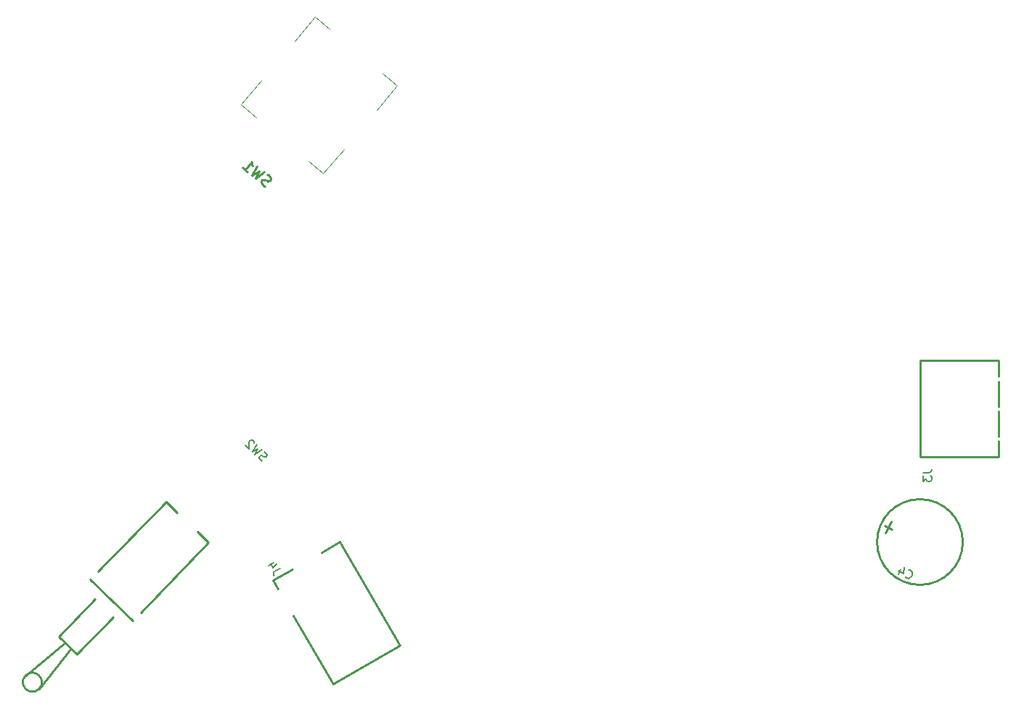
<source format=gbr>
%TF.GenerationSoftware,KiCad,Pcbnew,8.0.2*%
%TF.CreationDate,2024-12-31T23:32:28-06:00*%
%TF.ProjectId,LampBoardDesk,4c616d70-426f-4617-9264-4465736b2e6b,rev?*%
%TF.SameCoordinates,Original*%
%TF.FileFunction,Legend,Bot*%
%TF.FilePolarity,Positive*%
%FSLAX46Y46*%
G04 Gerber Fmt 4.6, Leading zero omitted, Abs format (unit mm)*
G04 Created by KiCad (PCBNEW 8.0.2) date 2024-12-31 23:32:28*
%MOMM*%
%LPD*%
G01*
G04 APERTURE LIST*
%ADD10C,0.254000*%
%ADD11C,0.150000*%
%ADD12C,0.100000*%
%ADD13C,0.250000*%
G04 APERTURE END LIST*
D10*
X39720133Y-33239616D02*
X39542277Y-33169323D01*
X39542277Y-33169323D02*
X39310640Y-32974957D01*
X39310640Y-32974957D02*
X39256858Y-32850882D01*
X39256858Y-32850882D02*
X39249404Y-32765682D01*
X39249404Y-32765682D02*
X39280823Y-32634153D01*
X39280823Y-32634153D02*
X39358570Y-32541499D01*
X39358570Y-32541499D02*
X39482644Y-32487717D01*
X39482644Y-32487717D02*
X39567845Y-32480263D01*
X39567845Y-32480263D02*
X39699373Y-32511682D01*
X39699373Y-32511682D02*
X39923556Y-32620848D01*
X39923556Y-32620848D02*
X40055085Y-32652267D01*
X40055085Y-32652267D02*
X40140285Y-32644813D01*
X40140285Y-32644813D02*
X40264360Y-32591032D01*
X40264360Y-32591032D02*
X40342106Y-32498377D01*
X40342106Y-32498377D02*
X40373526Y-32366848D01*
X40373526Y-32366848D02*
X40366071Y-32281648D01*
X40366071Y-32281648D02*
X40312290Y-32157574D01*
X40312290Y-32157574D02*
X40080653Y-31963207D01*
X40080653Y-31963207D02*
X39902797Y-31892914D01*
X39617378Y-31574473D02*
X38569400Y-32352983D01*
X38569400Y-32352983D02*
X38967191Y-31502578D01*
X38967191Y-31502578D02*
X38198781Y-32041996D01*
X38198781Y-32041996D02*
X38783484Y-30874753D01*
X37086922Y-31109036D02*
X37642851Y-31575516D01*
X37364886Y-31342276D02*
X38181227Y-30369399D01*
X38181227Y-30369399D02*
X38157262Y-30586128D01*
X38157262Y-30586128D02*
X38172170Y-30756530D01*
X38172170Y-30756530D02*
X38225951Y-30880604D01*
D11*
X41438393Y-77882064D02*
X40819803Y-78239207D01*
X40819803Y-78239207D02*
X40719895Y-78351875D01*
X40719895Y-78351875D02*
X40685035Y-78481973D01*
X40685035Y-78481973D02*
X40715225Y-78629500D01*
X40715225Y-78629500D02*
X40762844Y-78711979D01*
X40697337Y-77265184D02*
X40119986Y-77598517D01*
X41146299Y-77280904D02*
X40646757Y-77844244D01*
X40646757Y-77844244D02*
X40337233Y-77308133D01*
X116456038Y-66710190D02*
X117170323Y-66710190D01*
X117170323Y-66710190D02*
X117313180Y-66662571D01*
X117313180Y-66662571D02*
X117408419Y-66567333D01*
X117408419Y-66567333D02*
X117456038Y-66424476D01*
X117456038Y-66424476D02*
X117456038Y-66329238D01*
X116456038Y-67091143D02*
X116456038Y-67710190D01*
X116456038Y-67710190D02*
X116836990Y-67376857D01*
X116836990Y-67376857D02*
X116836990Y-67519714D01*
X116836990Y-67519714D02*
X116884609Y-67614952D01*
X116884609Y-67614952D02*
X116932228Y-67662571D01*
X116932228Y-67662571D02*
X117027466Y-67710190D01*
X117027466Y-67710190D02*
X117265561Y-67710190D01*
X117265561Y-67710190D02*
X117360799Y-67662571D01*
X117360799Y-67662571D02*
X117408419Y-67614952D01*
X117408419Y-67614952D02*
X117456038Y-67519714D01*
X117456038Y-67519714D02*
X117456038Y-67234000D01*
X117456038Y-67234000D02*
X117408419Y-67138762D01*
X117408419Y-67138762D02*
X117360799Y-67091143D01*
X114408612Y-78831742D02*
X114431645Y-78895024D01*
X114431645Y-78895024D02*
X114540993Y-78998555D01*
X114540993Y-78998555D02*
X114627308Y-79038805D01*
X114627308Y-79038805D02*
X114776905Y-79056021D01*
X114776905Y-79056021D02*
X114903469Y-79009956D01*
X114903469Y-79009956D02*
X114986876Y-78943765D01*
X114986876Y-78943765D02*
X115110532Y-78791260D01*
X115110532Y-78791260D02*
X115170906Y-78661787D01*
X115170906Y-78661787D02*
X115208248Y-78469033D01*
X115208248Y-78469033D02*
X115205339Y-78362593D01*
X115205339Y-78362593D02*
X115159274Y-78236029D01*
X115159274Y-78236029D02*
X115049926Y-78132497D01*
X115049926Y-78132497D02*
X114963611Y-78092248D01*
X114963611Y-78092248D02*
X114814014Y-78075031D01*
X114814014Y-78075031D02*
X114750731Y-78098064D01*
X113873273Y-77951607D02*
X113591527Y-78555812D01*
X114250058Y-77706971D02*
X114163975Y-78454957D01*
X114163975Y-78454957D02*
X113602927Y-78193336D01*
X39362617Y-65333273D02*
X39226775Y-65268291D01*
X39226775Y-65268291D02*
X39055504Y-65102896D01*
X39055504Y-65102896D02*
X39020074Y-65002484D01*
X39020074Y-65002484D02*
X39018899Y-64935151D01*
X39018899Y-64935151D02*
X39050803Y-64833563D01*
X39050803Y-64833563D02*
X39116961Y-64765054D01*
X39116961Y-64765054D02*
X39217373Y-64729625D01*
X39217373Y-64729625D02*
X39284706Y-64728450D01*
X39284706Y-64728450D02*
X39386293Y-64760353D01*
X39386293Y-64760353D02*
X39556390Y-64858415D01*
X39556390Y-64858415D02*
X39657977Y-64890318D01*
X39657977Y-64890318D02*
X39725310Y-64889143D01*
X39725310Y-64889143D02*
X39825723Y-64853714D01*
X39825723Y-64853714D02*
X39891880Y-64785205D01*
X39891880Y-64785205D02*
X39923784Y-64683618D01*
X39923784Y-64683618D02*
X39922609Y-64616284D01*
X39922609Y-64616284D02*
X39887179Y-64515872D01*
X39887179Y-64515872D02*
X39715908Y-64350477D01*
X39715908Y-64350477D02*
X39580066Y-64285495D01*
X39373365Y-64019687D02*
X38507435Y-64573632D01*
X38507435Y-64573632D02*
X38866603Y-63927502D01*
X38866603Y-63927502D02*
X38233401Y-64309001D01*
X38233401Y-64309001D02*
X38756788Y-63424266D01*
X38450850Y-63261222D02*
X38449675Y-63193889D01*
X38449675Y-63193889D02*
X38414245Y-63093476D01*
X38414245Y-63093476D02*
X38242974Y-62928082D01*
X38242974Y-62928082D02*
X38141387Y-62896178D01*
X38141387Y-62896178D02*
X38074053Y-62897353D01*
X38074053Y-62897353D02*
X37973641Y-62932783D01*
X37973641Y-62932783D02*
X37907483Y-63001291D01*
X37907483Y-63001291D02*
X37842501Y-63137133D01*
X37842501Y-63137133D02*
X37856604Y-63945132D01*
X37856604Y-63945132D02*
X37411299Y-63515105D01*
D12*
%TO.C,SW1*%
X36917464Y-23755358D02*
X39295778Y-20920994D01*
X38641065Y-25201630D02*
X36917464Y-23755358D01*
X45530818Y-13490364D02*
X43152503Y-16324728D01*
X46493019Y-31790204D02*
X44769419Y-30343932D01*
X47254417Y-14936635D02*
X45530818Y-13490364D01*
X48871333Y-28955840D02*
X46493019Y-31790204D01*
X52728058Y-24359573D02*
X55106372Y-21525208D01*
X55106372Y-21525208D02*
X53382773Y-20078937D01*
D13*
%TO.C,J4*%
X40611143Y-79279589D02*
X41186143Y-80275517D01*
X42871469Y-77974589D02*
X40611143Y-79279589D01*
X43011143Y-83436511D02*
X47601144Y-91386623D01*
X47601144Y-91386623D02*
X55412693Y-86876623D01*
X48422692Y-74769589D02*
X46266290Y-76014588D01*
X55412693Y-86876623D02*
X48422692Y-74769589D01*
%TO.C,J3*%
X116100000Y-53599999D02*
X116100000Y-64900001D01*
X116100000Y-64900001D02*
X125299999Y-64900000D01*
X125299999Y-55480000D02*
X125300000Y-53599999D01*
X125299999Y-64900000D02*
X125299999Y-63020000D01*
X125300000Y-53599999D02*
X116100000Y-53599999D01*
X125300000Y-58980000D02*
X125300000Y-56020000D01*
X125300000Y-62480000D02*
X125300000Y-59520000D01*
%TO.C,C4*%
X112741580Y-72405561D02*
X112099201Y-73783148D01*
X112873544Y-73305663D02*
X111958173Y-72878819D01*
X121100000Y-74810184D02*
G75*
G02*
X111100000Y-74810184I-5000000J0D01*
G01*
X111100000Y-74810184D02*
G75*
G02*
X121100000Y-74810184I5000000J0D01*
G01*
%TO.C,SW2*%
X11762041Y-90411588D02*
G75*
G02*
X11748826Y-90425514I791274J-764124D01*
G01*
X19310549Y-79211921D02*
X24273993Y-84005064D01*
X33096155Y-74869448D02*
X25211782Y-83033955D01*
X28132710Y-70076306D02*
X20248337Y-78240812D01*
X15635309Y-85824879D02*
X17793328Y-87908854D01*
X19837992Y-81472873D02*
X15635309Y-85824879D01*
X21996011Y-83556848D02*
X17793328Y-87908854D01*
X31786956Y-73605170D02*
X33096155Y-74869448D01*
X28132710Y-70076306D02*
X29441908Y-71340584D01*
X13344588Y-91939836D02*
X17059601Y-87200302D01*
X11762041Y-90411588D02*
X16361595Y-86512344D01*
%TD*%
M02*

</source>
